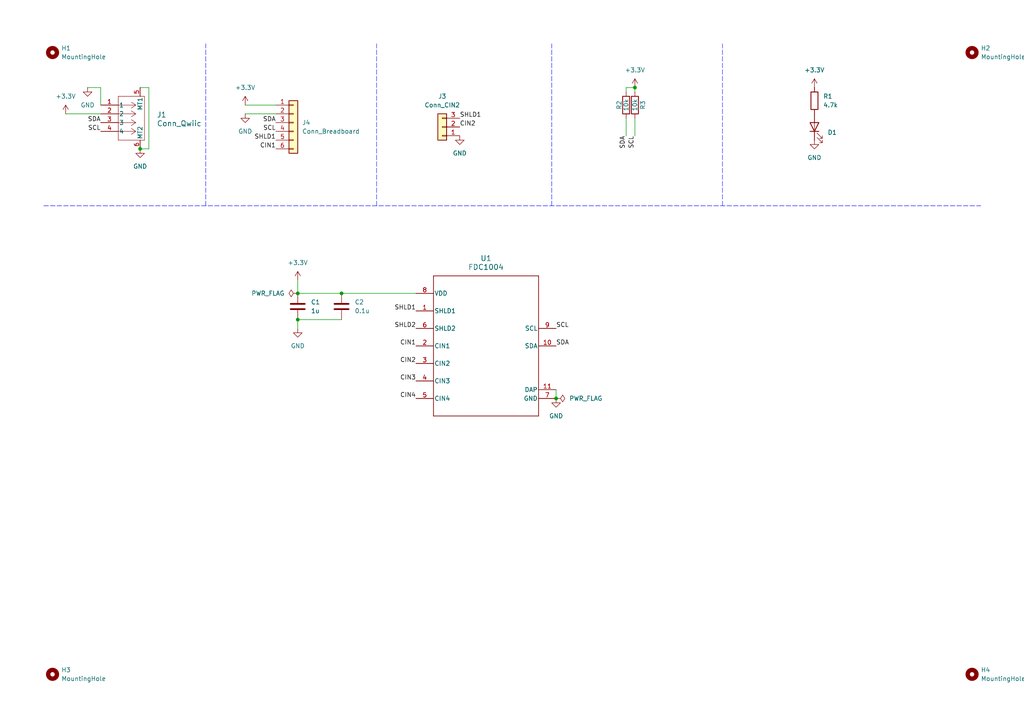
<source format=kicad_sch>
(kicad_sch (version 20250114) (generator "eeschema") (generator_version "9.0")
  (paper "A4")
  (title_block (title "FDC1004 Capacitance-to-Digital Converter Breakout") (date "2025-10-02") (rev "${REVISION}"))
  (lib_symbols
    (symbol "Connector_Generic:Conn_01x03" (pin_names (offset 1.016) (hide yes))
      (property "Reference" "J" (at 0 5.08 0))
      (property "Value" "Conn_01x03" (at 0 -5.08 0))
      (symbol "Conn_01x03_1_1"
        (rectangle (start -1.27 3.81) (end 1.27 -3.81) (stroke (width 0.254)) (fill (type background)))
        (rectangle (start -1.27 2.667) (end 0 2.413) (stroke (width 0.1524)))
        (rectangle (start -1.27 0.127) (end 0 -0.127) (stroke (width 0.1524)))
        (rectangle (start -1.27 -2.413) (end 0 -2.667) (stroke (width 0.1524)))
        (pin passive line (at -5.08 2.54 0) (length 3.81) (name "Pin_1") (number "1"))
        (pin passive line (at -5.08 0 0) (length 3.81) (name "Pin_2") (number "2"))
        (pin passive line (at -5.08 -2.54 0) (length 3.81) (name "Pin_3") (number "3"))
      )
    )
    (symbol "Connector_Generic:Conn_01x06" (pin_names (offset 1.016) (hide yes))
      (property "Reference" "J" (at 0 7.62 0))
      (property "Value" "Conn_01x06" (at 0 -10.16 0))
      (symbol "Conn_01x06_1_1"
        (rectangle (start -1.27 6.35) (end 1.27 -8.89) (stroke (width 0.254)) (fill (type background)))
        (rectangle (start -1.27 5.207) (end 0 4.953) (stroke (width 0.1524)))
        (rectangle (start -1.27 2.667) (end 0 2.413) (stroke (width 0.1524)))
        (rectangle (start -1.27 0.127) (end 0 -0.127) (stroke (width 0.1524)))
        (rectangle (start -1.27 -2.413) (end 0 -2.667) (stroke (width 0.1524)))
        (rectangle (start -1.27 -4.953) (end 0 -5.207) (stroke (width 0.1524)))
        (rectangle (start -1.27 -7.493) (end 0 -7.747) (stroke (width 0.1524)))
        (pin passive line (at -5.08 5.08 0) (length 3.81) (name "Pin_1") (number "1"))
        (pin passive line (at -5.08 2.54 0) (length 3.81) (name "Pin_2") (number "2"))
        (pin passive line (at -5.08 0 0) (length 3.81) (name "Pin_3") (number "3"))
        (pin passive line (at -5.08 -2.54 0) (length 3.81) (name "Pin_4") (number "4"))
        (pin passive line (at -5.08 -5.08 0) (length 3.81) (name "Pin_5") (number "5"))
        (pin passive line (at -5.08 -7.62 0) (length 3.81) (name "Pin_6") (number "6"))
      )
    )
    (symbol "Device:C" (pin_numbers (hide yes)) (pin_names (offset 0.254))
      (property "Reference" "C" (at 0.635 2.54 0))
      (property "Value" "C" (at 0.635 -2.54 0))
      (symbol "C_0_1"
        (polyline (pts (xy -2.032 0.762) (xy 2.032 0.762)) (stroke (width 0.508)))
        (polyline (pts (xy -2.032 -0.762) (xy 2.032 -0.762)) (stroke (width 0.508)))
      )
      (symbol "C_1_1"
        (pin passive line (at 0 3.81 270) (length 2.794) (name "~") (number "1"))
        (pin passive line (at 0 -3.81 90) (length 2.794) (name "~") (number "2"))
      )
    )
    (symbol "Device:LED" (pin_numbers (hide yes)) (pin_names (offset 1.016) (hide yes))
      (property "Reference" "D" (at 0 2.54 0))
      (property "Value" "LED" (at 0 -2.54 0))
      (symbol "LED_0_1"
        (polyline (pts (xy -3.048 -0.762) (xy -4.572 -2.286) (xy -3.81 -2.286) (xy -4.572 -2.286) (xy -4.572 -1.524)))
        (polyline (pts (xy -1.778 -0.762) (xy -3.302 -2.286) (xy -2.54 -2.286) (xy -3.302 -2.286) (xy -3.302 -1.524)))
        (polyline (pts (xy -1.27 0) (xy 1.27 0)))
        (polyline (pts (xy -1.27 -1.27) (xy -1.27 1.27)) (stroke (width 0.254)))
        (polyline (pts (xy 1.27 -1.27) (xy 1.27 1.27) (xy -1.27 0) (xy 1.27 -1.27)) (stroke (width 0.254)))
      )
      (symbol "LED_1_1"
        (pin passive line (at -3.81 0 0) (length 2.54) (name "K") (number "1"))
        (pin passive line (at 3.81 0 180) (length 2.54) (name "A") (number "2"))
      )
    )
    (symbol "Device:R" (pin_numbers (hide yes)) (pin_names (offset 0))
      (property "Reference" "R" (at 2.032 0 90))
      (property "Value" "R" (at 0 0 90))
      (symbol "R_0_1"
        (rectangle (start -1.016 -2.54) (end 1.016 2.54) (stroke (width 0.254)))
      )
      (symbol "R_1_1"
        (pin passive line (at 0 3.81 270) (length 1.27) (name "~") (number "1"))
        (pin passive line (at 0 -3.81 90) (length 1.27) (name "~") (number "2"))
      )
    )
    (symbol "FDC1004DSCR:FDC1004DSCR" (pin_names (offset 0.254))
      (property "Reference" "U1" (at 0 25.4 0))
      (property "Value" "FDC1004" (at 0 22.86 0))
      (symbol "FDC1004DSCR_0_1"
        (polyline (pts (xy -15.24 20.32) (xy -15.24 -20.32)) (stroke (width 0.2032)))
        (polyline (pts (xy -15.24 -20.32) (xy 15.24 -20.32)) (stroke (width 0.2032)))
        (polyline (pts (xy 15.24 20.32) (xy -15.24 20.32)) (stroke (width 0.2032)))
        (polyline (pts (xy 15.24 -20.32) (xy 15.24 20.32)) (stroke (width 0.2032)))
        (pin power_in line (at -20.32 15.24 0) (length 5.08) (name "VDD") (number "8"))
        (pin output line (at -20.32 10.16 0) (length 5.08) (name "SHLD1") (number "1"))
        (pin output line (at -20.32 5.08 0) (length 5.08) (name "SHLD2") (number "6"))
        (pin input line (at -20.32 0 0) (length 5.08) (name "CIN1") (number "2"))
        (pin input line (at -20.32 -5.08 0) (length 5.08) (name "CIN2") (number "3"))
        (pin input line (at -20.32 -10.16 0) (length 5.08) (name "CIN3") (number "4"))
        (pin input line (at -20.32 -15.24 0) (length 5.08) (name "CIN4") (number "5"))
        (pin input line (at 20.32 5.08 180) (length 5.08) (name "SCL") (number "9"))
        (pin bidirectional line (at 20.32 0 180) (length 5.08) (name "SDA") (number "10"))
        (pin power_in line (at 20.32 -15.24 180) (length 5.08) (name "GND") (number "7"))
      )
      (symbol "FDC1004DSCR_1_1"
        (pin power_in line (at 20.32 -12.7 180) (length 5.08) (name "DAP") (number "11"))
        (pin passive line (at 20.32 -15.24 180) (length 5.08) (hide yes) (name "VIA") (number "V"))
      )
    )
    (symbol "Mechanical:MountingHole" (pin_names (offset 1.016)) (in_bom no)
      (property "Reference" "H" (at 0 5.08 0))
      (property "Value" "MountingHole" (at 0 3.175 0))
      (symbol "MountingHole_0_1"
        (circle (center 0 0) (radius 1.27) (stroke (width 1.27)))
      )
    )
    (symbol "SM04B_SRSS_TB:SM04B-SRSS-TB" (pin_names (offset 0.254))
      (property "Reference" "J1" (at 16.256 -2.794 0))
      (property "Value" "Conn_Qwiic" (at 16.256 -5.334 0))
      (symbol "SM04B-SRSS-TB_1_1"
        (polyline (pts (xy 5.08 2.54) (xy 5.08 -10.16)) (stroke (width 0.127)))
        (polyline (pts (xy 5.08 -10.16) (xy 12.7 -10.16)) (stroke (width 0.127)))
        (polyline (pts (xy 10.16 0) (xy 5.08 0)) (stroke (width 0.127)))
        (polyline (pts (xy 10.16 0) (xy 8.89 0.8467)) (stroke (width 0.127)))
        (polyline (pts (xy 10.16 0) (xy 8.89 -0.8467)) (stroke (width 0.127)))
        (polyline (pts (xy 10.16 -2.54) (xy 5.08 -2.54)) (stroke (width 0.127)))
        (polyline (pts (xy 10.16 -2.54) (xy 8.89 -1.6933)) (stroke (width 0.127)))
        (polyline (pts (xy 10.16 -2.54) (xy 8.89 -3.3867)) (stroke (width 0.127)))
        (polyline (pts (xy 10.16 -5.08) (xy 5.08 -5.08)) (stroke (width 0.127)))
        (polyline (pts (xy 10.16 -5.08) (xy 8.89 -4.2333)) (stroke (width 0.127)))
        (polyline (pts (xy 10.16 -5.08) (xy 8.89 -5.9267)) (stroke (width 0.127)))
        (polyline (pts (xy 10.16 -7.62) (xy 5.08 -7.62)) (stroke (width 0.127)))
        (polyline (pts (xy 10.16 -7.62) (xy 8.89 -6.7733)) (stroke (width 0.127)))
        (polyline (pts (xy 10.16 -7.62) (xy 8.89 -8.4667)) (stroke (width 0.127)))
        (polyline (pts (xy 12.7 2.54) (xy 5.08 2.54)) (stroke (width 0.127)))
        (polyline (pts (xy 12.7 -10.16) (xy 12.7 2.54)) (stroke (width 0.127)))
        (pin power_in line (at 0 0 0) (length 5.08) (name "1") (number "1"))
        (pin power_in line (at 0 -2.54 0) (length 5.08) (name "2") (number "2"))
        (pin bidirectional line (at 0 -5.08 0) (length 5.08) (name "3") (number "3"))
        (pin output line (at 0 -7.62 0) (length 5.08) (name "4") (number "4"))
        (pin passive line (at 11.43 5.08 270) (length 2.54) (name "MT1") (number "5"))
        (pin passive line (at 11.43 -12.7 90) (length 2.54) (name "MT2") (number "6"))
      )
      (symbol "SM04B-SRSS-TB_1_2"
        (polyline (pts (xy 5.08 2.54) (xy 5.08 -10.16)) (stroke (width 0.127)))
        (polyline (pts (xy 5.08 -10.16) (xy 12.7 -10.16)) (stroke (width 0.127)))
        (polyline (pts (xy 7.62 0) (xy 5.08 0)) (stroke (width 0.127)))
        (polyline (pts (xy 7.62 0) (xy 8.89 0.8467)) (stroke (width 0.127)))
        (polyline (pts (xy 7.62 0) (xy 8.89 -0.8467)) (stroke (width 0.127)))
        (polyline (pts (xy 7.62 -2.54) (xy 5.08 -2.54)) (stroke (width 0.127)))
        (polyline (pts (xy 7.62 -2.54) (xy 8.89 -1.6933)) (stroke (width 0.127)))
        (polyline (pts (xy 7.62 -2.54) (xy 8.89 -3.3867)) (stroke (width 0.127)))
        (polyline (pts (xy 7.62 -5.08) (xy 5.08 -5.08)) (stroke (width 0.127)))
        (polyline (pts (xy 7.62 -5.08) (xy 8.89 -4.2333)) (stroke (width 0.127)))
        (polyline (pts (xy 7.62 -5.08) (xy 8.89 -5.9267)) (stroke (width 0.127)))
        (polyline (pts (xy 7.62 -7.62) (xy 5.08 -7.62)) (stroke (width 0.127)))
        (polyline (pts (xy 7.62 -7.62) (xy 8.89 -6.7733)) (stroke (width 0.127)))
        (polyline (pts (xy 7.62 -7.62) (xy 8.89 -8.4667)) (stroke (width 0.127)))
        (polyline (pts (xy 12.7 2.54) (xy 5.08 2.54)) (stroke (width 0.127)))
        (polyline (pts (xy 12.7 -10.16) (xy 12.7 2.54)) (stroke (width 0.127)))
        (pin unspecified line (at 0 0 0) (length 5.08) (name "1") (number "1"))
        (pin unspecified line (at 0 -2.54 0) (length 5.08) (name "2") (number "2"))
        (pin unspecified line (at 0 -5.08 0) (length 5.08) (name "3") (number "3"))
        (pin unspecified line (at 0 -7.62 0) (length 5.08) (name "4") (number "4"))
      )
    )
    (symbol "power:+3.3V" (power) (pin_numbers (hide yes)) (pin_names (offset 0) (hide yes))
      (property "Value" "+3.3V" (at 0 3.556 0))
      (symbol "+3.3V_0_1"
        (polyline (pts (xy -0.762 1.27) (xy 0 2.54)))
        (polyline (pts (xy 0 2.54) (xy 0.762 1.27)))
        (polyline (pts (xy 0 0) (xy 0 2.54)))
      )
      (symbol "+3.3V_1_1"
        (pin power_in line (at 0 0 90) (length 0) (name "~") (number "1"))
      )
    )
    (symbol "power:+3V3" (power) (pin_numbers (hide yes)) (pin_names (offset 0) (hide yes))
      (property "Value" "+3V3" (at 0 3.556 0))
      (symbol "+3V3_0_1"
        (polyline (pts (xy -0.762 1.27) (xy 0 2.54)))
        (polyline (pts (xy 0 2.54) (xy 0.762 1.27)))
        (polyline (pts (xy 0 0) (xy 0 2.54)))
      )
      (symbol "+3V3_1_1"
        (pin power_in line (at 0 0 90) (length 0) (name "~") (number "1"))
      )
    )
    (symbol "power:GND" (power) (pin_numbers (hide yes)) (pin_names (offset 0) (hide yes))
      (property "Value" "GND" (at 0 -3.81 0))
      (symbol "GND_0_1"
        (polyline (pts (xy 0 0) (xy 0 -1.27) (xy 1.27 -1.27) (xy 0 -2.54) (xy -1.27 -1.27) (xy 0 -1.27)))
      )
      (symbol "GND_1_1"
        (pin power_in line (at 0 0 270) (length 0) (name "~") (number "1"))
      )
    )
    (symbol "power:PWR_FLAG" (power) (pin_numbers (hide yes)) (pin_names (offset 0) (hide yes))
      (property "Value" "PWR_FLAG" (at 0 3.81 0))
      (symbol "PWR_FLAG_0_0"
        (pin power_out line (at 0 0 90) (length 0) (name "~") (number "1"))
      )
      (symbol "PWR_FLAG_0_1"
        (polyline (pts (xy 0 0) (xy 0 1.27) (xy -1.016 1.905) (xy 0 2.54) (xy 1.016 1.905) (xy 0 1.27)))
      )
    )
  )
  (junction (at 184.15 25.4))
  (junction (at 86.36 92.71))
  (junction (at 86.36 85.09))
  (junction (at 161.29 115.57))
  (junction (at 99.06 85.09))
  (junction (at 40.64 43.18))
  (polyline (pts (xy 160.02 59.69) (xy 160.02 12.7)) (stroke (width 0.127) (type dash) (color 0 0 255 1)))
  (wire (pts (xy 184.15 26.67) (xy 184.15 25.4)))
  (polyline (pts (xy 12.7 59.69) (xy 284.48 59.69)) (stroke (width 0.127) (type dash) (color 0 0 255 1)))
  (wire (pts (xy 181.61 25.4) (xy 184.15 25.4)))
  (polyline (pts (xy 109.22 59.69) (xy 109.22 12.7)) (stroke (width 0.127) (type dash) (color 0 0 255 1)))
  (wire (pts (xy 181.61 34.29) (xy 181.61 39.37)))
  (wire (pts (xy 19.05 33.02) (xy 29.21 33.02)))
  (wire (pts (xy 181.61 26.67) (xy 181.61 25.4)))
  (wire (pts (xy 80.01 33.02) (xy 71.12 33.02)))
  (polyline (pts (xy 209.55 59.69) (xy 209.55 12.7)) (stroke (width 0.127) (type dash) (color 0 0 255 1)))
  (wire (pts (xy 184.15 34.29) (xy 184.15 39.37)))
  (wire (pts (xy 43.18 25.4) (xy 43.18 43.18)))
  (wire (pts (xy 43.18 43.18) (xy 40.64 43.18)))
  (wire (pts (xy 29.21 25.4) (xy 29.21 30.48)))
  (wire (pts (xy 86.36 92.71) (xy 99.06 92.71)))
  (wire (pts (xy 86.36 85.09) (xy 99.06 85.09)))
  (wire (pts (xy 25.4 25.4) (xy 29.21 25.4)))
  (wire (pts (xy 86.36 81.28) (xy 86.36 85.09)))
  (wire (pts (xy 99.06 85.09) (xy 120.65 85.09)))
  (wire (pts (xy 40.64 25.4) (xy 43.18 25.4)))
  (wire (pts (xy 86.36 95.25) (xy 86.36 92.71)))
  (wire (pts (xy 161.29 113.03) (xy 161.29 115.57)))
  (wire (pts (xy 71.12 30.48) (xy 80.01 30.48)))
  (polyline (pts (xy 59.69 59.69) (xy 59.69 12.7)) (stroke (width 0.127) (type dash) (color 0 0 255 1)))
  (label "SCL" (at 29.21 38.1 180))
  (label "CIN1" (at 80.01 43.18 180))
  (label "SDA" (at 80.01 35.56 180))
  (label "SCL" (at 184.15 39.37 270))
  (label "CIN2" (at 120.65 105.41 180))
  (label "SHLD1" (at 133.35 34.29 0))
  (label "CIN3" (at 120.65 110.49 180))
  (label "CIN2" (at 133.35 36.83 0))
  (label "SCL" (at 161.29 95.25 0))
  (label "SDA" (at 161.29 100.33 0))
  (label "CIN4" (at 120.65 115.57 180))
  (label "SHLD1" (at 80.01 40.64 180))
  (label "SHLD1" (at 120.65 90.17 180))
  (label "SDA" (at 29.21 35.56 180))
  (label "SCL" (at 80.01 38.1 180))
  (label "SDA" (at 181.61 39.37 270))
  (label "SHLD2" (at 120.65 95.25 180))
  (label "CIN1" (at 120.65 100.33 180))
  (symbol (lib_id "power:GND") (at 236.22 40.64 0) (unit 1)
    (property "Reference" "#PWR08" (effects (hide yes)))
    (property "Value" "GND" (at 236.22 45.72 0))
    (property "Description" "Power symbol creates a global label with name \"GND\" , ground" (effects (hide yes)))
  )
  (symbol (lib_id "power:GND") (at 40.64 43.18 0) (unit 1)
    (property "Reference" "#PWR07" (effects (hide yes)))
    (property "Value" "GND" (at 40.64 48.26 0))
    (property "Description" "Power symbol creates a global label with name \"GND\" , ground" (effects (hide yes)))
  )
  (symbol (lib_id "power:+3V3") (at 19.05 33.02 0) (unit 1)
    (property "Reference" "#PWR01" (effects (hide yes)))
    (property "Value" "+3.3V" (at 19.05 27.94 0))
    (property "Description" "Power symbol creates a global label with name \"+3V3\"" (effects (hide yes)))
  )
  (symbol (lib_id "FDC1004DSCR:FDC1004DSCR") (at 140.97 100.33 0) (unit 1)
    (property "Reference" "U1" (at 140.97 74.93 0) (effects (font (size 1.524 1.524))))
    (property "Value" "FDC1004" (at 140.97 77.47 0) (effects (font (size 1.524 1.524))))
    (property "Footprint" "FDC1004DSCR:DSC0010B" (effects (hide yes)))
    (property "Datasheet" "https://www.ti.com/lit/gpn/fdc1004" (effects (hide yes)))
    (property "Description" "Capacitive Touch Proximity Only 12-WSON (4x4)" (effects (hide yes)))
  )
  (symbol (lib_id "power:GND") (at 133.35 39.37 0) (unit 1)
    (property "Reference" "#PWR03" (effects (hide yes)))
    (property "Value" "GND" (at 133.35 44.45 0))
    (property "Description" "Power symbol creates a global label with name \"GND\" , ground" (effects (hide yes)))
  )
  (symbol (lib_id "power:GND") (at 161.29 115.57 0) (unit 1)
    (property "Reference" "#PWR027" (effects (hide yes)))
    (property "Value" "GND" (at 161.29 120.65 0))
    (property "Description" "Power symbol creates a global label with name \"GND\" , ground" (effects (hide yes)))
  )
  (symbol (lib_id "Device:C") (at 86.36 88.9 0) (unit 1)
    (property "Reference" "C1" (at 90.17 87.6299 0) (effects (justify left)))
    (property "Value" "1u" (at 90.17 90.1699 0) (effects (justify left)))
    (property "Footprint" "Capacitor_SMD:C_0603_1608Metric" (effects (hide yes)))
    (property "Description" "Unpolarized capacitor" (effects (hide yes)))
  )
  (symbol (lib_id "Device:R") (at 184.15 30.48 0) (unit 1)
    (property "Reference" "R3" (at 186.436 30.48 90))
    (property "Value" "10k" (at 184.15 30.48 90))
    (property "Footprint" "Resistor_SMD:R_0603_1608Metric" (effects (hide yes)))
    (property "Description" "Resistor" (effects (hide yes)))
    (property "Digikey Part Number" "311-10.0KHRCT-ND" (effects (hide yes)))
  )
  (symbol (lib_id "SM04B_SRSS_TB:SM04B-SRSS-TB") (at 29.21 30.48 0) (unit 1)
    (property "Reference" "J1" (at 45.466 33.274 0) (effects (font (size 1.524 1.524)) (justify left)))
    (property "Value" "Conn_Qwiic" (at 45.466 35.814 0) (effects (font (size 1.524 1.524)) (justify left)))
    (property "Footprint" "SM04B_SRSS_TB:CONN_SM04B-SRSS-TB_JST" (effects (hide yes)))
    (property "Datasheet" "SM04B-SRSS-TB" (effects (hide yes)))
  )
  (symbol (lib_id "Device:C") (at 99.06 88.9 0) (unit 1)
    (property "Reference" "C2" (at 102.87 87.6299 0) (effects (justify left)))
    (property "Value" "0.1u" (at 102.87 90.1699 0) (effects (justify left)))
    (property "Footprint" "Capacitor_SMD:C_0402_1005Metric" (effects (hide yes)))
    (property "Description" "Unpolarized capacitor" (effects (hide yes)))
  )
  (symbol (lib_id "Mechanical:MountingHole") (at 15.24 15.24 0) (unit 1) (in_bom no)
    (property "Reference" "H1" (at 17.78 13.9699 0) (effects (justify left)))
    (property "Value" "MountingHole" (at 17.78 16.5099 0) (effects (justify left)))
    (property "Footprint" "MountingHoleCompact:MountingHole_2.5mm_Plated" (effects (hide yes)))
    (property "Description" "Mounting Hole without connection" (effects (hide yes)))
  )
  (symbol (lib_id "Connector_Generic:Conn_01x03") (at 128.27 36.83 180) (unit 1)
    (property "Reference" "J3" (at 128.27 27.94 0))
    (property "Value" "Conn_CIN2" (at 128.27 30.48 0))
    (property "Footprint" "Connector_PinHeader_2.54mm:PinHeader_1x03_P2.54mm_Vertical" (effects (hide yes)))
    (property "Description" "Generic connector, single row, 01x03, script generated (kicad-library-utils/schlib/autogen/connector/)" (effects (hide yes)))
  )
  (symbol (lib_id "power:+3.3V") (at 86.36 81.28 0) (unit 1)
    (property "Reference" "#PWR016" (effects (hide yes)))
    (property "Value" "+3.3V" (at 86.36 76.2 0))
    (property "Description" "Power symbol creates a global label with name \"+3.3V\"" (effects (hide yes)))
  )
  (symbol (lib_id "Mechanical:MountingHole") (at 15.24 195.58 0) (unit 1) (in_bom no)
    (property "Reference" "H3" (at 17.78 194.3099 0) (effects (justify left)))
    (property "Value" "MountingHole" (at 17.78 196.8499 0) (effects (justify left)))
    (property "Footprint" "MountingHoleCompact:MountingHole_2.5mm_Plated" (effects (hide yes)))
    (property "Description" "Mounting Hole without connection" (effects (hide yes)))
  )
  (symbol (lib_id "power:+3.3V") (at 71.12 30.48 0) (mirror y) (unit 1)
    (property "Reference" "#PWR05" (effects (hide yes)))
    (property "Value" "+3.3V" (at 71.12 25.4 0))
    (property "Description" "Power symbol creates a global label with name \"+3.3V\"" (effects (hide yes)))
  )
  (symbol (lib_id "power:GND") (at 86.36 95.25 0) (unit 1)
    (property "Reference" "#PWR018" (effects (hide yes)))
    (property "Value" "GND" (at 86.36 100.33 0))
    (property "Description" "Power symbol creates a global label with name \"GND\" , ground" (effects (hide yes)))
  )
  (symbol (lib_id "power:PWR_FLAG") (at 86.36 85.09 90) (unit 1)
    (property "Reference" "#FLG01" (effects (hide yes)))
    (property "Value" "PWR_FLAG" (at 82.55 85.0899 90) (effects (justify left)))
    (property "Description" "Special symbol for telling ERC where power comes from" (effects (hide yes)))
  )
  (symbol (lib_id "Device:R") (at 181.61 30.48 0) (unit 1)
    (property "Reference" "R2" (at 179.578 30.48 90))
    (property "Value" "10k" (at 181.61 30.48 90))
    (property "Footprint" "Resistor_SMD:R_0603_1608Metric" (effects (hide yes)))
    (property "Description" "Resistor" (effects (hide yes)))
    (property "Digikey Part Number" "311-10.0KHRCT-ND" (effects (hide yes)))
  )
  (symbol (lib_id "Mechanical:MountingHole") (at 281.94 195.58 0) (unit 1) (in_bom no)
    (property "Reference" "H4" (at 284.48 194.3099 0) (effects (justify left)))
    (property "Value" "MountingHole" (at 284.48 196.8499 0) (effects (justify left)))
    (property "Footprint" "MountingHoleCompact:MountingHole_2.5mm_Plated" (effects (hide yes)))
    (property "Description" "Mounting Hole without connection" (effects (hide yes)))
  )
  (symbol (lib_id "power:GND") (at 71.12 33.02 0) (mirror y) (unit 1)
    (property "Reference" "#PWR06" (effects (hide yes)))
    (property "Value" "GND" (at 71.12 38.1 0))
    (property "Description" "Power symbol creates a global label with name \"GND\" , ground" (effects (hide yes)))
  )
  (symbol (lib_id "power:+3V3") (at 236.22 25.4 0) (unit 1)
    (property "Reference" "#PWR04" (effects (hide yes)))
    (property "Value" "+3.3V" (at 236.22 20.32 0))
    (property "Description" "Power symbol creates a global label with name \"+3V3\"" (effects (hide yes)))
  )
  (symbol (lib_id "Device:LED") (at 236.22 36.83 90) (unit 1)
    (property "Reference" "D1" (at 240.03 38.4174 90) (effects (justify right)))
    (property "Value" "PWRLED" (effects (hide yes)))
    (property "Footprint" "LED_SMD:LED_0603_1608Metric" (effects (hide yes)))
    (property "Description" "Light emitting diode" (effects (hide yes)))
    (property "Sim.Pins" "1=K 2=A" (effects (hide yes)))
  )
  (symbol (lib_id "power:+3.3V") (at 184.15 25.4 0) (unit 1)
    (property "Reference" "#PWR010" (effects (hide yes)))
    (property "Value" "+3.3V" (at 184.15 20.32 0))
    (property "Description" "Power symbol creates a global label with name \"+3.3V\"" (effects (hide yes)))
  )
  (symbol (lib_id "power:PWR_FLAG") (at 161.29 115.57 270) (unit 1)
    (property "Reference" "#FLG02" (effects (hide yes)))
    (property "Value" "PWR_FLAG" (at 165.1 115.5699 90) (effects (justify left)))
    (property "Description" "Special symbol for telling ERC where power comes from" (effects (hide yes)))
  )
  (symbol (lib_id "power:GND") (at 25.4 25.4 0) (unit 1)
    (property "Reference" "#PWR02" (effects (hide yes)))
    (property "Value" "GND" (at 25.4 30.48 0))
    (property "Description" "Power symbol creates a global label with name \"GND\" , ground" (effects (hide yes)))
  )
  (symbol (lib_id "Device:R") (at 236.22 29.21 0) (unit 1)
    (property "Reference" "R1" (at 238.76 27.9399 0) (effects (justify left)))
    (property "Value" "4.7k" (at 238.76 30.4799 0) (effects (justify left)))
    (property "Footprint" "Resistor_SMD:R_0603_1608Metric" (effects (hide yes)))
    (property "Description" "Resistor" (effects (hide yes)))
  )
  (symbol (lib_id "Connector_Generic:Conn_01x06") (at 85.09 35.56 0) (unit 1)
    (property "Reference" "J4" (at 87.63 35.5599 0) (effects (justify left)))
    (property "Value" "Conn_Breadboard" (at 87.63 38.0999 0) (effects (justify left)))
    (property "Footprint" "Connector_PinHeader_2.54mm:PinHeader_1x06_P2.54mm_Vertical" (effects (hide yes)))
    (property "Description" "Generic connector, single row, 01x06, script generated (kicad-library-utils/schlib/autogen/connector/)" (effects (hide yes)))
  )
  (symbol (lib_id "Mechanical:MountingHole") (at 281.94 15.24 0) (unit 1) (in_bom no)
    (property "Reference" "H2" (at 284.48 13.9699 0) (effects (justify left)))
    (property "Value" "MountingHole" (at 284.48 16.5099 0) (effects (justify left)))
    (property "Footprint" "MountingHoleCompact:MountingHole_2.5mm_Plated" (effects (hide yes)))
    (property "Description" "Mounting Hole without connection" (effects (hide yes)))
  )
)
</source>
